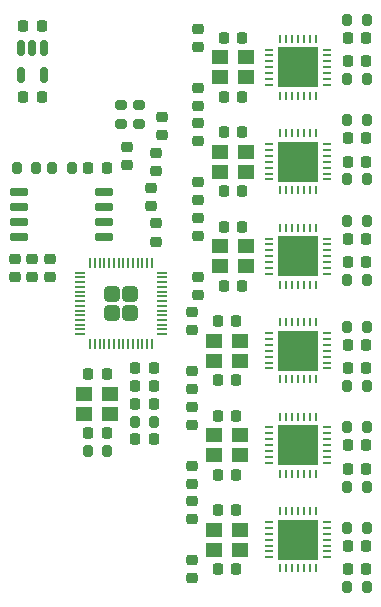
<source format=gbr>
%TF.GenerationSoftware,KiCad,Pcbnew,8.0.6*%
%TF.CreationDate,2024-11-27T12:31:08-05:00*%
%TF.ProjectId,CAN Board,43414e20-426f-4617-9264-2e6b69636164,rev?*%
%TF.SameCoordinates,Original*%
%TF.FileFunction,Paste,Top*%
%TF.FilePolarity,Positive*%
%FSLAX46Y46*%
G04 Gerber Fmt 4.6, Leading zero omitted, Abs format (unit mm)*
G04 Created by KiCad (PCBNEW 8.0.6) date 2024-11-27 12:31:08*
%MOMM*%
%LPD*%
G01*
G04 APERTURE LIST*
G04 Aperture macros list*
%AMRoundRect*
0 Rectangle with rounded corners*
0 $1 Rounding radius*
0 $2 $3 $4 $5 $6 $7 $8 $9 X,Y pos of 4 corners*
0 Add a 4 corners polygon primitive as box body*
4,1,4,$2,$3,$4,$5,$6,$7,$8,$9,$2,$3,0*
0 Add four circle primitives for the rounded corners*
1,1,$1+$1,$2,$3*
1,1,$1+$1,$4,$5*
1,1,$1+$1,$6,$7*
1,1,$1+$1,$8,$9*
0 Add four rect primitives between the rounded corners*
20,1,$1+$1,$2,$3,$4,$5,0*
20,1,$1+$1,$4,$5,$6,$7,0*
20,1,$1+$1,$6,$7,$8,$9,0*
20,1,$1+$1,$8,$9,$2,$3,0*%
G04 Aperture macros list end*
%ADD10C,0.000000*%
%ADD11RoundRect,0.225000X0.250000X-0.225000X0.250000X0.225000X-0.250000X0.225000X-0.250000X-0.225000X0*%
%ADD12R,1.400000X1.200000*%
%ADD13RoundRect,0.225000X0.225000X0.250000X-0.225000X0.250000X-0.225000X-0.250000X0.225000X-0.250000X0*%
%ADD14RoundRect,0.200000X0.200000X0.275000X-0.200000X0.275000X-0.200000X-0.275000X0.200000X-0.275000X0*%
%ADD15RoundRect,0.225000X-0.250000X0.225000X-0.250000X-0.225000X0.250000X-0.225000X0.250000X0.225000X0*%
%ADD16R,0.762000X0.254000*%
%ADD17R,0.254000X0.762000*%
%ADD18R,3.352800X3.352800*%
%ADD19RoundRect,0.200000X-0.200000X-0.275000X0.200000X-0.275000X0.200000X0.275000X-0.200000X0.275000X0*%
%ADD20RoundRect,0.225000X-0.225000X-0.250000X0.225000X-0.250000X0.225000X0.250000X-0.225000X0.250000X0*%
%ADD21RoundRect,0.200000X-0.275000X0.200000X-0.275000X-0.200000X0.275000X-0.200000X0.275000X0.200000X0*%
%ADD22RoundRect,0.150000X-0.650000X-0.150000X0.650000X-0.150000X0.650000X0.150000X-0.650000X0.150000X0*%
%ADD23RoundRect,0.150000X-0.150000X0.512500X-0.150000X-0.512500X0.150000X-0.512500X0.150000X0.512500X0*%
%ADD24RoundRect,0.249999X-0.395001X-0.395001X0.395001X-0.395001X0.395001X0.395001X-0.395001X0.395001X0*%
%ADD25RoundRect,0.050000X-0.387500X-0.050000X0.387500X-0.050000X0.387500X0.050000X-0.387500X0.050000X0*%
%ADD26RoundRect,0.050000X-0.050000X-0.387500X0.050000X-0.387500X0.050000X0.387500X-0.050000X0.387500X0*%
G04 APERTURE END LIST*
D10*
%TO.C,U8*%
G36*
X51900000Y-48900000D02*
G01*
X50423600Y-48900000D01*
X50423600Y-47423600D01*
X51900000Y-47423600D01*
X51900000Y-48900000D01*
G37*
G36*
X51900000Y-50576400D02*
G01*
X50423600Y-50576400D01*
X50423600Y-49100000D01*
X51900000Y-49100000D01*
X51900000Y-50576400D01*
G37*
G36*
X53576400Y-48900000D02*
G01*
X52100000Y-48900000D01*
X52100000Y-47423600D01*
X53576400Y-47423600D01*
X53576400Y-48900000D01*
G37*
G36*
X53576400Y-50576400D02*
G01*
X52100000Y-50576400D01*
X52100000Y-49100000D01*
X53576400Y-49100000D01*
X53576400Y-50576400D01*
G37*
%TO.C,U4*%
G36*
X51900000Y-16900000D02*
G01*
X50423600Y-16900000D01*
X50423600Y-15423600D01*
X51900000Y-15423600D01*
X51900000Y-16900000D01*
G37*
G36*
X51900000Y-18576400D02*
G01*
X50423600Y-18576400D01*
X50423600Y-17100000D01*
X51900000Y-17100000D01*
X51900000Y-18576400D01*
G37*
G36*
X53576400Y-16900000D02*
G01*
X52100000Y-16900000D01*
X52100000Y-15423600D01*
X53576400Y-15423600D01*
X53576400Y-16900000D01*
G37*
G36*
X53576400Y-18576400D02*
G01*
X52100000Y-18576400D01*
X52100000Y-17100000D01*
X53576400Y-17100000D01*
X53576400Y-18576400D01*
G37*
%TO.C,U9*%
G36*
X51900000Y-56900000D02*
G01*
X50423600Y-56900000D01*
X50423600Y-55423600D01*
X51900000Y-55423600D01*
X51900000Y-56900000D01*
G37*
G36*
X51900000Y-58576400D02*
G01*
X50423600Y-58576400D01*
X50423600Y-57100000D01*
X51900000Y-57100000D01*
X51900000Y-58576400D01*
G37*
G36*
X53576400Y-56900000D02*
G01*
X52100000Y-56900000D01*
X52100000Y-55423600D01*
X53576400Y-55423600D01*
X53576400Y-56900000D01*
G37*
G36*
X53576400Y-58576400D02*
G01*
X52100000Y-58576400D01*
X52100000Y-57100000D01*
X53576400Y-57100000D01*
X53576400Y-58576400D01*
G37*
%TO.C,U7*%
G36*
X51900000Y-40900000D02*
G01*
X50423600Y-40900000D01*
X50423600Y-39423600D01*
X51900000Y-39423600D01*
X51900000Y-40900000D01*
G37*
G36*
X51900000Y-42576400D02*
G01*
X50423600Y-42576400D01*
X50423600Y-41100000D01*
X51900000Y-41100000D01*
X51900000Y-42576400D01*
G37*
G36*
X53576400Y-40900000D02*
G01*
X52100000Y-40900000D01*
X52100000Y-39423600D01*
X53576400Y-39423600D01*
X53576400Y-40900000D01*
G37*
G36*
X53576400Y-42576400D02*
G01*
X52100000Y-42576400D01*
X52100000Y-41100000D01*
X53576400Y-41100000D01*
X53576400Y-42576400D01*
G37*
%TO.C,U6*%
G36*
X51900000Y-32900000D02*
G01*
X50423600Y-32900000D01*
X50423600Y-31423600D01*
X51900000Y-31423600D01*
X51900000Y-32900000D01*
G37*
G36*
X51900000Y-34576400D02*
G01*
X50423600Y-34576400D01*
X50423600Y-33100000D01*
X51900000Y-33100000D01*
X51900000Y-34576400D01*
G37*
G36*
X53576400Y-32900000D02*
G01*
X52100000Y-32900000D01*
X52100000Y-31423600D01*
X53576400Y-31423600D01*
X53576400Y-32900000D01*
G37*
G36*
X53576400Y-34576400D02*
G01*
X52100000Y-34576400D01*
X52100000Y-33100000D01*
X53576400Y-33100000D01*
X53576400Y-34576400D01*
G37*
%TO.C,U5*%
G36*
X51900000Y-24900000D02*
G01*
X50423600Y-24900000D01*
X50423600Y-23423600D01*
X51900000Y-23423600D01*
X51900000Y-24900000D01*
G37*
G36*
X51900000Y-26576400D02*
G01*
X50423600Y-26576400D01*
X50423600Y-25100000D01*
X51900000Y-25100000D01*
X51900000Y-26576400D01*
G37*
G36*
X53576400Y-24900000D02*
G01*
X52100000Y-24900000D01*
X52100000Y-23423600D01*
X53576400Y-23423600D01*
X53576400Y-24900000D01*
G37*
G36*
X53576400Y-26576400D02*
G01*
X52100000Y-26576400D01*
X52100000Y-25100000D01*
X53576400Y-25100000D01*
X53576400Y-26576400D01*
G37*
%TD*%
D11*
%TO.C,C48*%
X43000000Y-52275000D03*
X43000000Y-50725000D03*
%TD*%
D12*
%TO.C,Y7*%
X44900000Y-57850000D03*
X47100000Y-57850000D03*
X47100000Y-56150000D03*
X44900000Y-56150000D03*
%TD*%
D13*
%TO.C,C54*%
X46775000Y-54500000D03*
X45225000Y-54500000D03*
%TD*%
D14*
%TO.C,R2*%
X35825000Y-49500000D03*
X34175000Y-49500000D03*
%TD*%
D11*
%TO.C,C34*%
X43500000Y-36275000D03*
X43500000Y-34725000D03*
%TD*%
D15*
%TO.C,C56*%
X43000000Y-53725000D03*
X43000000Y-55275000D03*
%TD*%
D12*
%TO.C,Y1*%
X33900000Y-46350000D03*
X36100000Y-46350000D03*
X36100000Y-44650000D03*
X33900000Y-44650000D03*
%TD*%
D16*
%TO.C,U8*%
X49574300Y-47500000D03*
X49574300Y-47999999D03*
X49574300Y-48500001D03*
X49574300Y-49000000D03*
X49574300Y-49499999D03*
X49574300Y-50000001D03*
X49574300Y-50500000D03*
D17*
X50500000Y-51425700D03*
X50999999Y-51425700D03*
X51500001Y-51425700D03*
X52000000Y-51425700D03*
X52499999Y-51425700D03*
X53000001Y-51425700D03*
X53500000Y-51425700D03*
D16*
X54425700Y-50500000D03*
X54425700Y-50000001D03*
X54425700Y-49499999D03*
X54425700Y-49000000D03*
X54425700Y-48500001D03*
X54425700Y-47999999D03*
X54425700Y-47500000D03*
D17*
X53500000Y-46574300D03*
X53000001Y-46574300D03*
X52499999Y-46574300D03*
X52000000Y-46574300D03*
X51500001Y-46574300D03*
X50999999Y-46574300D03*
X50500000Y-46574300D03*
D18*
X52000000Y-49000000D03*
%TD*%
D19*
%TO.C,R12*%
X56175000Y-30000000D03*
X57825000Y-30000000D03*
%TD*%
D11*
%TO.C,C11*%
X28000000Y-34775000D03*
X28000000Y-33225000D03*
%TD*%
D13*
%TO.C,C51*%
X57775000Y-49000000D03*
X56225000Y-49000000D03*
%TD*%
D11*
%TO.C,C41*%
X43000000Y-44275000D03*
X43000000Y-42725000D03*
%TD*%
%TO.C,C8*%
X37500000Y-25275000D03*
X37500000Y-23725000D03*
%TD*%
D20*
%TO.C,C9*%
X34225000Y-25500000D03*
X35775000Y-25500000D03*
%TD*%
D11*
%TO.C,C13*%
X31000000Y-34775000D03*
X31000000Y-33225000D03*
%TD*%
D21*
%TO.C,R4*%
X37000000Y-20175000D03*
X37000000Y-21825000D03*
%TD*%
D13*
%TO.C,C33*%
X47275000Y-30500000D03*
X45725000Y-30500000D03*
%TD*%
D20*
%TO.C,C25*%
X45725000Y-27500000D03*
X47275000Y-27500000D03*
%TD*%
D13*
%TO.C,C22*%
X57775000Y-16500000D03*
X56225000Y-16500000D03*
%TD*%
D20*
%TO.C,C53*%
X45225000Y-59500000D03*
X46775000Y-59500000D03*
%TD*%
D16*
%TO.C,U4*%
X49574300Y-15500000D03*
X49574300Y-15999999D03*
X49574300Y-16500001D03*
X49574300Y-17000000D03*
X49574300Y-17499999D03*
X49574300Y-18000001D03*
X49574300Y-18500000D03*
D17*
X50500000Y-19425700D03*
X50999999Y-19425700D03*
X51500001Y-19425700D03*
X52000000Y-19425700D03*
X52499999Y-19425700D03*
X53000001Y-19425700D03*
X53500000Y-19425700D03*
D16*
X54425700Y-18500000D03*
X54425700Y-18000001D03*
X54425700Y-17499999D03*
X54425700Y-17000000D03*
X54425700Y-16500001D03*
X54425700Y-15999999D03*
X54425700Y-15500000D03*
D17*
X53500000Y-14574300D03*
X53000001Y-14574300D03*
X52499999Y-14574300D03*
X52000000Y-14574300D03*
X51500001Y-14574300D03*
X50999999Y-14574300D03*
X50500000Y-14574300D03*
D18*
X52000000Y-17000000D03*
%TD*%
D20*
%TO.C,C32*%
X45725000Y-35500000D03*
X47275000Y-35500000D03*
%TD*%
D11*
%TO.C,C27*%
X43500000Y-28275000D03*
X43500000Y-26725000D03*
%TD*%
D12*
%TO.C,Y3*%
X45400000Y-25850000D03*
X47600000Y-25850000D03*
X47600000Y-24150000D03*
X45400000Y-24150000D03*
%TD*%
D13*
%TO.C,C36*%
X57775000Y-33500000D03*
X56225000Y-33500000D03*
%TD*%
%TO.C,C40*%
X46775000Y-38500000D03*
X45225000Y-38500000D03*
%TD*%
D19*
%TO.C,R15*%
X56175000Y-52500000D03*
X57825000Y-52500000D03*
%TD*%
D13*
%TO.C,C43*%
X57775000Y-42500000D03*
X56225000Y-42500000D03*
%TD*%
D16*
%TO.C,U9*%
X49574300Y-55500000D03*
X49574300Y-55999999D03*
X49574300Y-56500001D03*
X49574300Y-57000000D03*
X49574300Y-57499999D03*
X49574300Y-58000001D03*
X49574300Y-58500000D03*
D17*
X50500000Y-59425700D03*
X50999999Y-59425700D03*
X51500001Y-59425700D03*
X52000000Y-59425700D03*
X52499999Y-59425700D03*
X53000001Y-59425700D03*
X53500000Y-59425700D03*
D16*
X54425700Y-58500000D03*
X54425700Y-58000001D03*
X54425700Y-57499999D03*
X54425700Y-57000000D03*
X54425700Y-56500001D03*
X54425700Y-55999999D03*
X54425700Y-55500000D03*
D17*
X53500000Y-54574300D03*
X53000001Y-54574300D03*
X52499999Y-54574300D03*
X52000000Y-54574300D03*
X51500001Y-54574300D03*
X50999999Y-54574300D03*
X50500000Y-54574300D03*
D18*
X52000000Y-57000000D03*
%TD*%
D16*
%TO.C,U7*%
X49574300Y-39500000D03*
X49574300Y-39999999D03*
X49574300Y-40500001D03*
X49574300Y-41000000D03*
X49574300Y-41499999D03*
X49574300Y-42000001D03*
X49574300Y-42500000D03*
D17*
X50500000Y-43425700D03*
X50999999Y-43425700D03*
X51500001Y-43425700D03*
X52000000Y-43425700D03*
X52499999Y-43425700D03*
X53000001Y-43425700D03*
X53500000Y-43425700D03*
D16*
X54425700Y-42500000D03*
X54425700Y-42000001D03*
X54425700Y-41499999D03*
X54425700Y-41000000D03*
X54425700Y-40500001D03*
X54425700Y-39999999D03*
X54425700Y-39500000D03*
D17*
X53500000Y-38574300D03*
X53000001Y-38574300D03*
X52499999Y-38574300D03*
X52000000Y-38574300D03*
X51500001Y-38574300D03*
X50999999Y-38574300D03*
X50500000Y-38574300D03*
D18*
X52000000Y-41000000D03*
%TD*%
D19*
%TO.C,R18*%
X56175000Y-56000000D03*
X57825000Y-56000000D03*
%TD*%
D11*
%TO.C,C12*%
X29500000Y-34775000D03*
X29500000Y-33225000D03*
%TD*%
D19*
%TO.C,R9*%
X56175000Y-26500000D03*
X57825000Y-26500000D03*
%TD*%
D11*
%TO.C,C7*%
X40000000Y-31775000D03*
X40000000Y-30225000D03*
%TD*%
D22*
%TO.C,U2*%
X28400000Y-27595000D03*
X28400000Y-28865000D03*
X28400000Y-30135000D03*
X28400000Y-31405000D03*
X35600000Y-31405000D03*
X35600000Y-30135000D03*
X35600000Y-28865000D03*
X35600000Y-27595000D03*
%TD*%
D19*
%TO.C,R7*%
X56175000Y-18000000D03*
X57825000Y-18000000D03*
%TD*%
D20*
%TO.C,C18*%
X45725000Y-19500000D03*
X47275000Y-19500000D03*
%TD*%
D12*
%TO.C,Y5*%
X44900000Y-41850000D03*
X47100000Y-41850000D03*
X47100000Y-40150000D03*
X44900000Y-40150000D03*
%TD*%
D13*
%TO.C,C50*%
X57775000Y-51000000D03*
X56225000Y-51000000D03*
%TD*%
D14*
%TO.C,R6*%
X32825000Y-25500000D03*
X31175000Y-25500000D03*
%TD*%
D15*
%TO.C,C15*%
X40000000Y-24225000D03*
X40000000Y-25775000D03*
%TD*%
D12*
%TO.C,Y4*%
X45400000Y-33850000D03*
X47600000Y-33850000D03*
X47600000Y-32150000D03*
X45400000Y-32150000D03*
%TD*%
D15*
%TO.C,C42*%
X43000000Y-37725000D03*
X43000000Y-39275000D03*
%TD*%
D16*
%TO.C,U6*%
X49574300Y-31500000D03*
X49574300Y-31999999D03*
X49574300Y-32500001D03*
X49574300Y-33000000D03*
X49574300Y-33499999D03*
X49574300Y-34000001D03*
X49574300Y-34500000D03*
D17*
X50500000Y-35425700D03*
X50999999Y-35425700D03*
X51500001Y-35425700D03*
X52000000Y-35425700D03*
X52499999Y-35425700D03*
X53000001Y-35425700D03*
X53500000Y-35425700D03*
D16*
X54425700Y-34500000D03*
X54425700Y-34000001D03*
X54425700Y-33499999D03*
X54425700Y-33000000D03*
X54425700Y-32500001D03*
X54425700Y-31999999D03*
X54425700Y-31500000D03*
D17*
X53500000Y-30574300D03*
X53000001Y-30574300D03*
X52499999Y-30574300D03*
X52000000Y-30574300D03*
X51500001Y-30574300D03*
X50999999Y-30574300D03*
X50500000Y-30574300D03*
D18*
X52000000Y-33000000D03*
%TD*%
D13*
%TO.C,C19*%
X47275000Y-14500000D03*
X45725000Y-14500000D03*
%TD*%
%TO.C,C30*%
X57775000Y-23000000D03*
X56225000Y-23000000D03*
%TD*%
%TO.C,C17*%
X30275000Y-19500000D03*
X28725000Y-19500000D03*
%TD*%
%TO.C,C23*%
X57775000Y-14500000D03*
X56225000Y-14500000D03*
%TD*%
D15*
%TO.C,C35*%
X43500000Y-29725000D03*
X43500000Y-31275000D03*
%TD*%
D20*
%TO.C,C3*%
X38225000Y-48500000D03*
X39775000Y-48500000D03*
%TD*%
D13*
%TO.C,C26*%
X47275000Y-22500000D03*
X45725000Y-22500000D03*
%TD*%
D11*
%TO.C,C20*%
X43500000Y-20275000D03*
X43500000Y-18725000D03*
%TD*%
D23*
%TO.C,U3*%
X30450000Y-15362500D03*
X29500000Y-15362500D03*
X28550000Y-15362500D03*
X28550000Y-17637500D03*
X30450000Y-17637500D03*
%TD*%
D13*
%TO.C,C57*%
X57775000Y-59500000D03*
X56225000Y-59500000D03*
%TD*%
D20*
%TO.C,C39*%
X45225000Y-43500000D03*
X46775000Y-43500000D03*
%TD*%
D19*
%TO.C,R1*%
X38175000Y-47000000D03*
X39825000Y-47000000D03*
%TD*%
D20*
%TO.C,C2*%
X34225000Y-48000000D03*
X35775000Y-48000000D03*
%TD*%
D24*
%TO.C,U1*%
X36200000Y-36200000D03*
X36200000Y-37800000D03*
X37800000Y-36200000D03*
X37800000Y-37800000D03*
D25*
X33562500Y-34400000D03*
X33562500Y-34800000D03*
X33562500Y-35200000D03*
X33562500Y-35600000D03*
X33562500Y-36000000D03*
X33562500Y-36400000D03*
X33562500Y-36800000D03*
X33562500Y-37200000D03*
X33562500Y-37600000D03*
X33562500Y-38000000D03*
X33562500Y-38400000D03*
X33562500Y-38800000D03*
X33562500Y-39200000D03*
X33562500Y-39600000D03*
D26*
X34400000Y-40437500D03*
X34800000Y-40437500D03*
X35200000Y-40437500D03*
X35600000Y-40437500D03*
X36000000Y-40437500D03*
X36400000Y-40437500D03*
X36800000Y-40437500D03*
X37200000Y-40437500D03*
X37600000Y-40437500D03*
X38000000Y-40437500D03*
X38400000Y-40437500D03*
X38800000Y-40437500D03*
X39200000Y-40437500D03*
X39600000Y-40437500D03*
D25*
X40437500Y-39600000D03*
X40437500Y-39200000D03*
X40437500Y-38800000D03*
X40437500Y-38400000D03*
X40437500Y-38000000D03*
X40437500Y-37600000D03*
X40437500Y-37200000D03*
X40437500Y-36800000D03*
X40437500Y-36400000D03*
X40437500Y-36000000D03*
X40437500Y-35600000D03*
X40437500Y-35200000D03*
X40437500Y-34800000D03*
X40437500Y-34400000D03*
D26*
X39600000Y-33562500D03*
X39200000Y-33562500D03*
X38800000Y-33562500D03*
X38400000Y-33562500D03*
X38000000Y-33562500D03*
X37600000Y-33562500D03*
X37200000Y-33562500D03*
X36800000Y-33562500D03*
X36400000Y-33562500D03*
X36000000Y-33562500D03*
X35600000Y-33562500D03*
X35200000Y-33562500D03*
X34800000Y-33562500D03*
X34400000Y-33562500D03*
%TD*%
D15*
%TO.C,C49*%
X43000000Y-45725000D03*
X43000000Y-47275000D03*
%TD*%
D19*
%TO.C,R16*%
X56175000Y-47500000D03*
X57825000Y-47500000D03*
%TD*%
%TO.C,R17*%
X56175000Y-61000000D03*
X57825000Y-61000000D03*
%TD*%
D21*
%TO.C,R3*%
X38500000Y-20175000D03*
X38500000Y-21825000D03*
%TD*%
D20*
%TO.C,C16*%
X28725000Y-13500000D03*
X30275000Y-13500000D03*
%TD*%
D12*
%TO.C,Y2*%
X45400000Y-17850000D03*
X47600000Y-17850000D03*
X47600000Y-16150000D03*
X45400000Y-16150000D03*
%TD*%
D11*
%TO.C,C6*%
X39500000Y-28775000D03*
X39500000Y-27225000D03*
%TD*%
D13*
%TO.C,C47*%
X46775000Y-46500000D03*
X45225000Y-46500000D03*
%TD*%
D14*
%TO.C,R5*%
X29825000Y-25500000D03*
X28175000Y-25500000D03*
%TD*%
D19*
%TO.C,R14*%
X56175000Y-39000000D03*
X57825000Y-39000000D03*
%TD*%
%TO.C,R11*%
X56175000Y-35000000D03*
X57825000Y-35000000D03*
%TD*%
D13*
%TO.C,C58*%
X57775000Y-57500000D03*
X56225000Y-57500000D03*
%TD*%
%TO.C,C1*%
X35775000Y-43000000D03*
X34225000Y-43000000D03*
%TD*%
D19*
%TO.C,R13*%
X56175000Y-44000000D03*
X57825000Y-44000000D03*
%TD*%
D13*
%TO.C,C44*%
X57775000Y-40500000D03*
X56225000Y-40500000D03*
%TD*%
D19*
%TO.C,R8*%
X56175000Y-13000000D03*
X57825000Y-13000000D03*
%TD*%
D20*
%TO.C,C46*%
X45225000Y-51500000D03*
X46775000Y-51500000D03*
%TD*%
D15*
%TO.C,C28*%
X43500000Y-21725000D03*
X43500000Y-23275000D03*
%TD*%
D20*
%TO.C,C4*%
X38225000Y-44000000D03*
X39775000Y-44000000D03*
%TD*%
%TO.C,C14*%
X38225000Y-45500000D03*
X39775000Y-45500000D03*
%TD*%
%TO.C,C5*%
X38225000Y-42500000D03*
X39775000Y-42500000D03*
%TD*%
D11*
%TO.C,C10*%
X40500000Y-22775000D03*
X40500000Y-21225000D03*
%TD*%
%TO.C,C55*%
X43000000Y-60275000D03*
X43000000Y-58725000D03*
%TD*%
D12*
%TO.C,Y6*%
X44900000Y-49850000D03*
X47100000Y-49850000D03*
X47100000Y-48150000D03*
X44900000Y-48150000D03*
%TD*%
D19*
%TO.C,R10*%
X56175000Y-21500000D03*
X57825000Y-21500000D03*
%TD*%
D13*
%TO.C,C29*%
X57775000Y-25000000D03*
X56225000Y-25000000D03*
%TD*%
%TO.C,C37*%
X57775000Y-31500000D03*
X56225000Y-31500000D03*
%TD*%
D15*
%TO.C,C21*%
X43500000Y-13725000D03*
X43500000Y-15275000D03*
%TD*%
D16*
%TO.C,U5*%
X49574300Y-23500000D03*
X49574300Y-23999999D03*
X49574300Y-24500001D03*
X49574300Y-25000000D03*
X49574300Y-25499999D03*
X49574300Y-26000001D03*
X49574300Y-26500000D03*
D17*
X50500000Y-27425700D03*
X50999999Y-27425700D03*
X51500001Y-27425700D03*
X52000000Y-27425700D03*
X52499999Y-27425700D03*
X53000001Y-27425700D03*
X53500000Y-27425700D03*
D16*
X54425700Y-26500000D03*
X54425700Y-26000001D03*
X54425700Y-25499999D03*
X54425700Y-25000000D03*
X54425700Y-24500001D03*
X54425700Y-23999999D03*
X54425700Y-23500000D03*
D17*
X53500000Y-22574300D03*
X53000001Y-22574300D03*
X52499999Y-22574300D03*
X52000000Y-22574300D03*
X51500001Y-22574300D03*
X50999999Y-22574300D03*
X50500000Y-22574300D03*
D18*
X52000000Y-25000000D03*
%TD*%
M02*

</source>
